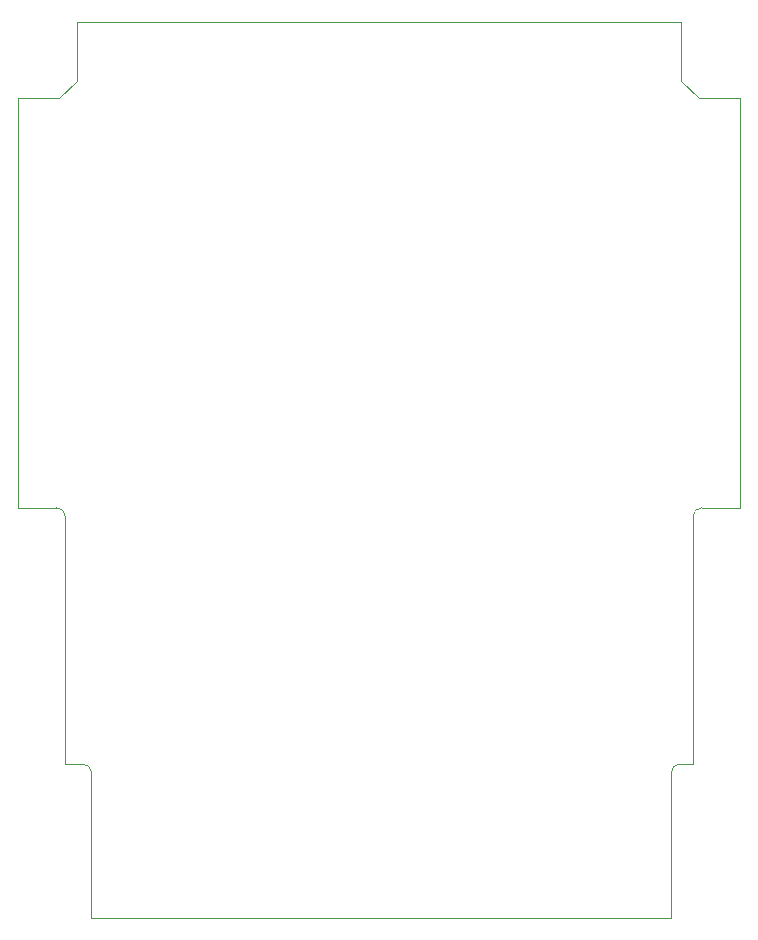
<source format=gbr>
%TF.GenerationSoftware,KiCad,Pcbnew,(6.0.2)*%
%TF.CreationDate,2022-07-19T18:02:22-05:00*%
%TF.ProjectId,REF1512B,52454631-3531-4324-922e-6b696361645f,rev?*%
%TF.SameCoordinates,Original*%
%TF.FileFunction,Profile,NP*%
%FSLAX46Y46*%
G04 Gerber Fmt 4.6, Leading zero omitted, Abs format (unit mm)*
G04 Created by KiCad (PCBNEW (6.0.2)) date 2022-07-19 18:02:22*
%MOMM*%
%LPD*%
G01*
G04 APERTURE LIST*
%TA.AperFunction,Profile*%
%ADD10C,0.002000*%
%TD*%
G04 APERTURE END LIST*
D10*
X123122000Y-59511600D02*
X123122000Y-64512000D01*
X122122000Y-101386000D02*
G75*
G03*
X121377000Y-100662000I-713915J10682D01*
G01*
X175996080Y-100662000D02*
X179271800Y-100662000D01*
X175272000Y-101407121D02*
X175272000Y-122356000D01*
X118121800Y-100662000D02*
X118121800Y-66012000D01*
X174141000Y-122356000D02*
G75*
G03*
X173417000Y-123101121I-10570J-714029D01*
G01*
X123122000Y-59511600D02*
X174272000Y-59511600D01*
X122122000Y-101386000D02*
X122122000Y-122356000D01*
X124334000Y-123080000D02*
X124334000Y-135361600D01*
X174141000Y-122356000D02*
X175272000Y-122356000D01*
X174272000Y-64512000D02*
X175772000Y-66012000D01*
X173417000Y-135361600D02*
X124334000Y-135361600D01*
X123122000Y-64512000D02*
X121622000Y-66012000D01*
X124334000Y-123080000D02*
G75*
G03*
X123589000Y-122356000I-713915J10682D01*
G01*
X175772000Y-66012000D02*
X179271800Y-66012000D01*
X173417000Y-123101121D02*
X173417000Y-135361600D01*
X118121800Y-100662000D02*
X121377000Y-100662000D01*
X179271800Y-66012000D02*
X179271800Y-100662000D01*
X174272000Y-59511600D02*
X174272000Y-64512000D01*
X122122000Y-122356000D02*
X123589000Y-122356000D01*
X175996080Y-100662000D02*
G75*
G03*
X175272000Y-101407121I-10573J-714103D01*
G01*
X118121800Y-66012000D02*
X121622000Y-66012000D01*
M02*

</source>
